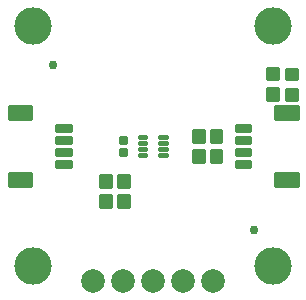
<source format=gts>
G04 EAGLE Gerber RS-274X export*
G75*
%MOMM*%
%FSLAX34Y34*%
%LPD*%
%INSoldermask Top*%
%IPPOS*%
%AMOC8*
5,1,8,0,0,1.08239X$1,22.5*%
G01*
%ADD10C,3.175000*%
%ADD11C,0.225400*%
%ADD12C,0.762000*%
%ADD13C,0.225588*%
%ADD14C,0.225369*%
%ADD15C,0.428259*%
%ADD16C,0.230578*%
%ADD17C,2.006600*%


D10*
X25400Y228600D03*
X25400Y25400D03*
X228600Y25400D03*
D11*
X175578Y130492D02*
X175578Y140508D01*
X184594Y140508D01*
X184594Y130492D01*
X175578Y130492D01*
X175578Y132633D02*
X184594Y132633D01*
X184594Y134774D02*
X175578Y134774D01*
X175578Y136915D02*
X184594Y136915D01*
X184594Y139056D02*
X175578Y139056D01*
X175578Y123508D02*
X175578Y113492D01*
X175578Y123508D02*
X184594Y123508D01*
X184594Y113492D01*
X175578Y113492D01*
X175578Y115633D02*
X184594Y115633D01*
X184594Y117774D02*
X175578Y117774D01*
X175578Y119915D02*
X184594Y119915D01*
X184594Y122056D02*
X175578Y122056D01*
X160592Y130492D02*
X160592Y140508D01*
X169608Y140508D01*
X169608Y130492D01*
X160592Y130492D01*
X160592Y132633D02*
X169608Y132633D01*
X169608Y134774D02*
X160592Y134774D01*
X160592Y136915D02*
X169608Y136915D01*
X169608Y139056D02*
X160592Y139056D01*
X160592Y123508D02*
X160592Y113492D01*
X160592Y123508D02*
X169608Y123508D01*
X169608Y113492D01*
X160592Y113492D01*
X160592Y115633D02*
X169608Y115633D01*
X169608Y117774D02*
X160592Y117774D01*
X160592Y119915D02*
X169608Y119915D01*
X169608Y122056D02*
X160592Y122056D01*
D12*
X41910Y195580D03*
X212344Y55880D03*
D13*
X249203Y93493D02*
X249203Y104507D01*
X249203Y93493D02*
X230189Y93493D01*
X230189Y104507D01*
X249203Y104507D01*
X249203Y95636D02*
X230189Y95636D01*
X230189Y97779D02*
X249203Y97779D01*
X249203Y99922D02*
X230189Y99922D01*
X230189Y102065D02*
X249203Y102065D01*
X249203Y104208D02*
X230189Y104208D01*
X249203Y149493D02*
X249203Y160507D01*
X249203Y149493D02*
X230189Y149493D01*
X230189Y160507D01*
X249203Y160507D01*
X249203Y151636D02*
X230189Y151636D01*
X230189Y153779D02*
X249203Y153779D01*
X249203Y155922D02*
X230189Y155922D01*
X230189Y158065D02*
X249203Y158065D01*
X249203Y160208D02*
X230189Y160208D01*
D14*
X209204Y114508D02*
X209204Y109492D01*
X196688Y109492D01*
X196688Y114508D01*
X209204Y114508D01*
X209204Y111633D02*
X196688Y111633D01*
X196688Y113774D02*
X209204Y113774D01*
X209204Y119492D02*
X209204Y124508D01*
X209204Y119492D02*
X196688Y119492D01*
X196688Y124508D01*
X209204Y124508D01*
X209204Y121633D02*
X196688Y121633D01*
X196688Y123774D02*
X209204Y123774D01*
X209204Y129492D02*
X209204Y134508D01*
X209204Y129492D02*
X196688Y129492D01*
X196688Y134508D01*
X209204Y134508D01*
X209204Y131633D02*
X196688Y131633D01*
X196688Y133774D02*
X209204Y133774D01*
X209204Y139492D02*
X209204Y144508D01*
X209204Y139492D02*
X196688Y139492D01*
X196688Y144508D01*
X209204Y144508D01*
X209204Y141633D02*
X196688Y141633D01*
X196688Y143774D02*
X209204Y143774D01*
D13*
X4543Y149493D02*
X4543Y160507D01*
X23557Y160507D01*
X23557Y149493D01*
X4543Y149493D01*
X4543Y151636D02*
X23557Y151636D01*
X23557Y153779D02*
X4543Y153779D01*
X4543Y155922D02*
X23557Y155922D01*
X23557Y158065D02*
X4543Y158065D01*
X4543Y160208D02*
X23557Y160208D01*
X4543Y104507D02*
X4543Y93493D01*
X4543Y104507D02*
X23557Y104507D01*
X23557Y93493D01*
X4543Y93493D01*
X4543Y95636D02*
X23557Y95636D01*
X23557Y97779D02*
X4543Y97779D01*
X4543Y99922D02*
X23557Y99922D01*
X23557Y102065D02*
X4543Y102065D01*
X4543Y104208D02*
X23557Y104208D01*
D14*
X44542Y139492D02*
X44542Y144508D01*
X57058Y144508D01*
X57058Y139492D01*
X44542Y139492D01*
X44542Y141633D02*
X57058Y141633D01*
X57058Y143774D02*
X44542Y143774D01*
X44542Y134508D02*
X44542Y129492D01*
X44542Y134508D02*
X57058Y134508D01*
X57058Y129492D01*
X44542Y129492D01*
X44542Y131633D02*
X57058Y131633D01*
X57058Y133774D02*
X44542Y133774D01*
X44542Y124508D02*
X44542Y119492D01*
X44542Y124508D02*
X57058Y124508D01*
X57058Y119492D01*
X44542Y119492D01*
X44542Y121633D02*
X57058Y121633D01*
X57058Y123774D02*
X44542Y123774D01*
X44542Y114508D02*
X44542Y109492D01*
X44542Y114508D02*
X57058Y114508D01*
X57058Y109492D01*
X44542Y109492D01*
X44542Y111633D02*
X57058Y111633D01*
X57058Y113774D02*
X44542Y113774D01*
D15*
X240600Y184600D02*
X247588Y184600D01*
X240600Y184600D02*
X240600Y191588D01*
X247588Y191588D01*
X247588Y184600D01*
X247588Y188669D02*
X240600Y188669D01*
X240600Y167060D02*
X247588Y167060D01*
X240600Y167060D02*
X240600Y174048D01*
X247588Y174048D01*
X247588Y167060D01*
X247588Y171129D02*
X240600Y171129D01*
D11*
X232600Y166324D02*
X232600Y176340D01*
X232600Y166324D02*
X223584Y166324D01*
X223584Y176340D01*
X232600Y176340D01*
X232600Y168465D02*
X223584Y168465D01*
X223584Y170606D02*
X232600Y170606D01*
X232600Y172747D02*
X223584Y172747D01*
X223584Y174888D02*
X232600Y174888D01*
X232600Y183324D02*
X232600Y193340D01*
X232600Y183324D02*
X223584Y183324D01*
X223584Y193340D01*
X232600Y193340D01*
X232600Y185465D02*
X223584Y185465D01*
X223584Y187606D02*
X232600Y187606D01*
X232600Y189747D02*
X223584Y189747D01*
X223584Y191888D02*
X232600Y191888D01*
D10*
X228600Y228600D03*
D14*
X99092Y134508D02*
X99092Y129492D01*
X99092Y134508D02*
X104108Y134508D01*
X104108Y129492D01*
X99092Y129492D01*
X99092Y131633D02*
X104108Y131633D01*
X104108Y133774D02*
X99092Y133774D01*
X99092Y124508D02*
X99092Y119492D01*
X99092Y124508D02*
X104108Y124508D01*
X104108Y119492D01*
X99092Y119492D01*
X99092Y121633D02*
X104108Y121633D01*
X104108Y123774D02*
X99092Y123774D01*
D16*
X115028Y133638D02*
X121192Y133638D01*
X115028Y133638D02*
X115028Y135602D01*
X121192Y135602D01*
X121192Y133638D01*
X121192Y128638D02*
X115028Y128638D01*
X115028Y130602D01*
X121192Y130602D01*
X121192Y128638D01*
X121192Y123638D02*
X115028Y123638D01*
X115028Y125602D01*
X121192Y125602D01*
X121192Y123638D01*
X121192Y118638D02*
X115028Y118638D01*
X115028Y120602D01*
X121192Y120602D01*
X121192Y118638D01*
X132228Y118638D02*
X138392Y118638D01*
X132228Y118638D02*
X132228Y120602D01*
X138392Y120602D01*
X138392Y118638D01*
X138392Y123638D02*
X132228Y123638D01*
X132228Y125602D01*
X138392Y125602D01*
X138392Y123638D01*
X138392Y128638D02*
X132228Y128638D01*
X132228Y130602D01*
X138392Y130602D01*
X138392Y128638D01*
X138392Y133638D02*
X132228Y133638D01*
X132228Y135602D01*
X138392Y135602D01*
X138392Y133638D01*
D11*
X106108Y85408D02*
X106108Y75392D01*
X97092Y75392D01*
X97092Y85408D01*
X106108Y85408D01*
X106108Y77533D02*
X97092Y77533D01*
X97092Y79674D02*
X106108Y79674D01*
X106108Y81815D02*
X97092Y81815D01*
X97092Y83956D02*
X106108Y83956D01*
X106108Y92392D02*
X106108Y102408D01*
X106108Y92392D02*
X97092Y92392D01*
X97092Y102408D01*
X106108Y102408D01*
X106108Y94533D02*
X97092Y94533D01*
X97092Y96674D02*
X106108Y96674D01*
X106108Y98815D02*
X97092Y98815D01*
X97092Y100956D02*
X106108Y100956D01*
D17*
X76200Y12700D03*
X101600Y12700D03*
X127000Y12700D03*
X152400Y12700D03*
X177800Y12700D03*
D11*
X90868Y75392D02*
X90868Y85408D01*
X90868Y75392D02*
X81852Y75392D01*
X81852Y85408D01*
X90868Y85408D01*
X90868Y77533D02*
X81852Y77533D01*
X81852Y79674D02*
X90868Y79674D01*
X90868Y81815D02*
X81852Y81815D01*
X81852Y83956D02*
X90868Y83956D01*
X90868Y92392D02*
X90868Y102408D01*
X90868Y92392D02*
X81852Y92392D01*
X81852Y102408D01*
X90868Y102408D01*
X90868Y94533D02*
X81852Y94533D01*
X81852Y96674D02*
X90868Y96674D01*
X90868Y98815D02*
X81852Y98815D01*
X81852Y100956D02*
X90868Y100956D01*
M02*

</source>
